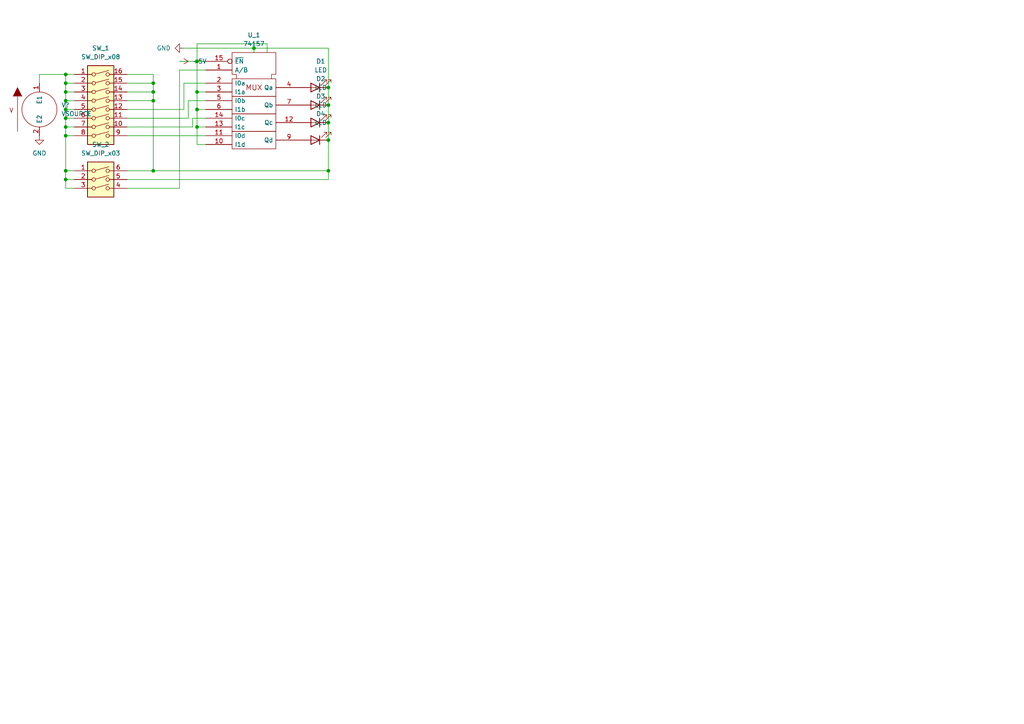
<source format=kicad_sch>
(kicad_sch (version 20211123) (generator eeschema)
  (paper "A4")
  (lib_symbols
    (symbol "74xx_IEEE:74157" (pin_names (offset 0.762))
      (property "Reference" "U" (at 7.62 10.16 0))
      (property "Value" "74157" (at 6.35 -16.51 0))
      (symbol "74157_0_0"
        (rectangle (start -6.35 -10.16) (end 6.35 -15.24))
        (rectangle (start -6.35 -5.08) (end 6.35 -10.16))
        (rectangle (start -6.35 0) (end 6.35 -5.08))
        (rectangle (start -6.35 5.08) (end 6.35 0))
        (polyline (pts (xy -5.08 5.08) (xy -5.08 6.35) (xy -6.35 6.35) (xy -6.35 12.7) (xy 6.35 12.7) (xy 6.35 6.35) (xy 5.08 6.35) (xy 5.08 5.08) (xy 5.08 5.08)))
        (text "MUX" (at 0 2.54 0) (effects (font (size 1.524 1.524))))
        (pin power_in line (at 3.81 12.7 270) (length 0) hide (name "VCC") (number "16"))
        (pin power_in line (at 0 12.7 270) (length 0) hide (name "GND") (number "8"))
      )
      (symbol "74157_1_1"
        (pin input line (at -13.97 7.62 0) (length 7.62) (name "A/B") (number "1"))
        (pin input line (at -13.97 -13.97 0) (length 7.62) (name "I1d") (number "10"))
        (pin input line (at -13.97 -11.43 0) (length 7.62) (name "I0d") (number "11"))
        (pin output line (at 13.97 -7.62 180) (length 7.62) (name "Qc") (number "12"))
        (pin input line (at -13.97 -8.89 0) (length 7.62) (name "I1c") (number "13"))
        (pin input line (at -13.97 -6.35 0) (length 7.62) (name "I0c") (number "14"))
        (pin input inverted (at -13.97 10.16 0) (length 7.62) (name "~{EN}") (number "15"))
        (pin input line (at -13.97 3.81 0) (length 7.62) (name "I0a") (number "2"))
        (pin input line (at -13.97 1.27 0) (length 7.62) (name "I1a") (number "3"))
        (pin output line (at 13.97 2.54 180) (length 7.62) (name "Qa") (number "4"))
        (pin input line (at -13.97 -1.27 0) (length 7.62) (name "I0b") (number "5"))
        (pin input line (at -13.97 -3.81 0) (length 7.62) (name "I1b") (number "6"))
        (pin output line (at 13.97 -2.54 180) (length 7.62) (name "Qb") (number "7"))
        (pin output line (at 13.97 -12.7 180) (length 7.62) (name "Qd") (number "9"))
      )
    )
    (symbol "Device:LED" (pin_numbers hide) (pin_names (offset 1.016) hide)
      (property "Reference" "D" (at 0 2.54 0))
      (property "Value" "LED" (at 0 -2.54 0))
      (symbol "LED_0_1"
        (polyline (pts (xy -1.27 -1.27) (xy -1.27 1.27)) (stroke (width 0.254)))
        (polyline (pts (xy -1.27 0) (xy 1.27 0)))
        (polyline (pts (xy 1.27 -1.27) (xy 1.27 1.27) (xy -1.27 0) (xy 1.27 -1.27)) (stroke (width 0.254)))
        (polyline (pts (xy -3.048 -0.762) (xy -4.572 -2.286) (xy -3.81 -2.286) (xy -4.572 -2.286) (xy -4.572 -1.524)))
        (polyline (pts (xy -1.778 -0.762) (xy -3.302 -2.286) (xy -2.54 -2.286) (xy -3.302 -2.286) (xy -3.302 -1.524)))
      )
      (symbol "LED_1_1"
        (pin passive line (at -3.81 0 0) (length 2.54) (name "K") (number "1"))
        (pin passive line (at 3.81 0 180) (length 2.54) (name "A") (number "2"))
      )
    )
    (symbol "Switch:SW_DIP_x03" (pin_names (offset 0) hide)
      (property "Reference" "SW" (at 0 8.89 0))
      (property "Value" "SW_DIP_x03" (at 0 -3.81 0))
      (symbol "SW_DIP_x03_0_0"
        (circle (center -2.032 0) (radius 0.508))
        (circle (center -2.032 2.54) (radius 0.508))
        (circle (center -2.032 5.08) (radius 0.508))
        (polyline (pts (xy -1.524 0.127) (xy 2.3622 1.1684)))
        (polyline (pts (xy -1.524 2.667) (xy 2.3622 3.7084)))
        (polyline (pts (xy -1.524 5.207) (xy 2.3622 6.2484)))
        (circle (center 2.032 0) (radius 0.508))
        (circle (center 2.032 2.54) (radius 0.508))
        (circle (center 2.032 5.08) (radius 0.508))
      )
      (symbol "SW_DIP_x03_0_1"
        (rectangle (start -3.81 7.62) (end 3.81 -2.54) (stroke (width 0.254)) (fill (type background)))
      )
      (symbol "SW_DIP_x03_1_1"
        (pin passive line (at -7.62 5.08 0) (length 5.08) (name "~") (number "1"))
        (pin passive line (at -7.62 2.54 0) (length 5.08) (name "~") (number "2"))
        (pin passive line (at -7.62 0 0) (length 5.08) (name "~") (number "3"))
        (pin passive line (at 7.62 0 180) (length 5.08) (name "~") (number "4"))
        (pin passive line (at 7.62 2.54 180) (length 5.08) (name "~") (number "5"))
        (pin passive line (at 7.62 5.08 180) (length 5.08) (name "~") (number "6"))
      )
    )
    (symbol "Switch:SW_DIP_x08" (pin_names (offset 0) hide)
      (property "Reference" "SW" (at 0 13.97 0))
      (property "Value" "SW_DIP_x08" (at 0 -11.43 0))
      (symbol "SW_DIP_x08_0_0"
        (circle (center -2.032 -7.62) (radius 0.508))
        (circle (center -2.032 -5.08) (radius 0.508))
        (circle (center -2.032 -2.54) (radius 0.508))
        (circle (center -2.032 0) (radius 0.508))
        (circle (center -2.032 2.54) (radius 0.508))
        (circle (center -2.032 5.08) (radius 0.508))
        (circle (center -2.032 7.62) (radius 0.508))
        (circle (center -2.032 10.16) (radius 0.508))
        (polyline (pts (xy -1.524 -7.4676) (xy 2.3622 -6.4262)))
        (polyline (pts (xy -1.524 -4.9276) (xy 2.3622 -3.8862)))
        (polyline (pts (xy -1.524 -2.3876) (xy 2.3622 -1.3462)))
        (polyline (pts (xy -1.524 0.127) (xy 2.3622 1.1684)))
        (polyline (pts (xy -1.524 2.667) (xy 2.3622 3.7084)))
        (polyline (pts (xy -1.524 5.207) (xy 2.3622 6.2484)))
        (polyline (pts (xy -1.524 7.747) (xy 2.3622 8.7884)))
        (polyline (pts (xy -1.524 10.287) (xy 2.3622 11.3284)))
        (circle (center 2.032 -7.62) (radius 0.508))
        (circle (center 2.032 -5.08) (radius 0.508))
        (circle (center 2.032 -2.54) (radius 0.508))
        (circle (center 2.032 0) (radius 0.508))
        (circle (center 2.032 2.54) (radius 0.508))
        (circle (center 2.032 5.08) (radius 0.508))
        (circle (center 2.032 7.62) (radius 0.508))
        (circle (center 2.032 10.16) (radius 0.508))
      )
      (symbol "SW_DIP_x08_0_1"
        (rectangle (start -3.81 12.7) (end 3.81 -10.16) (stroke (width 0.254)) (fill (type background)))
      )
      (symbol "SW_DIP_x08_1_1"
        (pin passive line (at -7.62 10.16 0) (length 5.08) (name "~") (number "1"))
        (pin passive line (at 7.62 -5.08 180) (length 5.08) (name "~") (number "10"))
        (pin passive line (at 7.62 -2.54 180) (length 5.08) (name "~") (number "11"))
        (pin passive line (at 7.62 0 180) (length 5.08) (name "~") (number "12"))
        (pin passive line (at 7.62 2.54 180) (length 5.08) (name "~") (number "13"))
        (pin passive line (at 7.62 5.08 180) (length 5.08) (name "~") (number "14"))
        (pin passive line (at 7.62 7.62 180) (length 5.08) (name "~") (number "15"))
        (pin passive line (at 7.62 10.16 180) (length 5.08) (name "~") (number "16"))
        (pin passive line (at -7.62 7.62 0) (length 5.08) (name "~") (number "2"))
        (pin passive line (at -7.62 5.08 0) (length 5.08) (name "~") (number "3"))
        (pin passive line (at -7.62 2.54 0) (length 5.08) (name "~") (number "4"))
        (pin passive line (at -7.62 0 0) (length 5.08) (name "~") (number "5"))
        (pin passive line (at -7.62 -2.54 0) (length 5.08) (name "~") (number "6"))
        (pin passive line (at -7.62 -5.08 0) (length 5.08) (name "~") (number "7"))
        (pin passive line (at -7.62 -7.62 0) (length 5.08) (name "~") (number "8"))
        (pin passive line (at 7.62 -7.62 180) (length 5.08) (name "~") (number "9"))
      )
    )
    (symbol "power:+5V" (power) (pin_names (offset 0))
      (property "Value" "+5V" (at 0 3.556 0))
      (symbol "+5V_0_1"
        (polyline (pts (xy -0.762 1.27) (xy 0 2.54)))
        (polyline (pts (xy 0 0) (xy 0 2.54)))
        (polyline (pts (xy 0 2.54) (xy 0.762 1.27)))
      )
      (symbol "+5V_1_1"
        (pin power_in line (at 0 0 90) (length 0) hide (name "+5V") (number "1"))
      )
    )
    (symbol "power:GND" (power) (pin_names (offset 0))
      (property "Value" "GND" (at 0 -3.81 0))
      (symbol "GND_0_1"
        (polyline (pts (xy 0 0) (xy 0 -1.27) (xy 1.27 -1.27) (xy 0 -2.54) (xy -1.27 -1.27) (xy 0 -1.27)))
      )
      (symbol "GND_1_1"
        (pin power_in line (at 0 0 270) (length 0) hide (name "GND") (number "1"))
      )
    )
    (symbol "pspice:VSOURCE" (pin_names (offset 1.016))
      (property "Reference" "V" (at -6.35 7.62 0))
      (property "Value" "VSOURCE" (at 0 0 0))
      (symbol "VSOURCE_0_1"
        (polyline (pts (xy -6.35 -6.35) (xy -6.35 3.81)) (fill (type outline)))
        (polyline (pts (xy -7.62 3.81) (xy -6.35 6.35) (xy -5.08 3.81)) (fill (type outline)))
        (circle (center 0 0) (radius 5.08))
        (text "V" (at -8.128 -0.254 0) (effects (font (size 1.27 1.27))))
      )
      (symbol "VSOURCE_1_1"
        (pin input line (at 0 7.62 270) (length 2.54) (name "E1") (number "1"))
        (pin input line (at 0 -7.62 90) (length 2.54) (name "E2") (number "2"))
      )
    )
  )
  (junction (at 19.05 52.07))
  (junction (at 73.66 13.97))
  (junction (at 19.05 21.59))
  (junction (at 19.05 29.21))
  (junction (at 44.45 49.53))
  (junction (at 44.45 24.13))
  (junction (at 19.05 34.29))
  (junction (at 19.05 39.37))
  (junction (at 95.25 25.4))
  (junction (at 19.05 24.13))
  (junction (at 44.45 26.67))
  (junction (at 57.15 17.78))
  (junction (at 19.05 26.67))
  (junction (at 19.05 36.83))
  (junction (at 19.05 31.75))
  (junction (at 95.25 49.53))
  (junction (at 95.25 35.56))
  (junction (at 95.25 40.64))
  (junction (at 95.25 30.48))
  (junction (at 44.45 29.21))
  (junction (at 57.15 26.67))
  (junction (at 19.05 49.53))
  (junction (at 57.15 36.83))
  (junction (at 57.15 31.75))
  (wire (pts (xy 54.61 29.21) (xy 59.69 29.21)))
  (wire (pts (xy 19.05 34.29) (xy 21.59 34.29)))
  (wire (pts (xy 52.07 20.32) (xy 59.69 20.32)))
  (wire (pts (xy 95.25 49.53) (xy 95.25 40.64)))
  (wire (pts (xy 44.45 49.53) (xy 95.25 49.53)))
  (wire (pts (xy 55.88 36.83) (xy 55.88 34.29)))
  (wire (pts (xy 53.34 24.13) (xy 59.69 24.13)))
  (wire (pts (xy 44.45 26.67) (xy 44.45 29.21)))
  (wire (pts (xy 19.05 24.13) (xy 19.05 26.67)))
  (wire (pts (xy 57.15 12.7) (xy 77.47 12.7)))
  (wire (pts (xy 55.88 34.29) (xy 59.69 34.29)))
  (wire (pts (xy 44.45 21.59) (xy 44.45 24.13)))
  (wire (pts (xy 19.05 34.29) (xy 19.05 36.83)))
  (wire (pts (xy 19.05 26.67) (xy 21.59 26.67)))
  (wire (pts (xy 19.05 54.61) (xy 21.59 54.61)))
  (wire (pts (xy 36.83 31.75) (xy 53.34 31.75)))
  (wire (pts (xy 11.43 21.59) (xy 11.43 24.13)))
  (wire (pts (xy 53.34 13.97) (xy 73.66 13.97)))
  (wire (pts (xy 95.25 52.07) (xy 95.25 49.53)))
  (wire (pts (xy 19.05 36.83) (xy 19.05 39.37)))
  (wire (pts (xy 19.05 26.67) (xy 19.05 29.21)))
  (wire (pts (xy 95.25 25.4) (xy 95.25 30.48)))
  (wire (pts (xy 53.34 31.75) (xy 53.34 24.13)))
  (wire (pts (xy 95.25 35.56) (xy 95.25 40.64)))
  (wire (pts (xy 52.07 17.78) (xy 57.15 17.78)))
  (wire (pts (xy 36.83 26.67) (xy 44.45 26.67)))
  (wire (pts (xy 19.05 39.37) (xy 19.05 49.53)))
  (wire (pts (xy 19.05 24.13) (xy 21.59 24.13)))
  (wire (pts (xy 19.05 31.75) (xy 19.05 34.29)))
  (wire (pts (xy 57.15 41.91) (xy 59.69 41.91)))
  (wire (pts (xy 19.05 39.37) (xy 21.59 39.37)))
  (wire (pts (xy 19.05 31.75) (xy 21.59 31.75)))
  (wire (pts (xy 57.15 17.78) (xy 57.15 12.7)))
  (wire (pts (xy 19.05 21.59) (xy 19.05 24.13)))
  (wire (pts (xy 11.43 21.59) (xy 19.05 21.59)))
  (wire (pts (xy 36.83 29.21) (xy 44.45 29.21)))
  (wire (pts (xy 19.05 21.59) (xy 21.59 21.59)))
  (wire (pts (xy 57.15 17.78) (xy 57.15 26.67)))
  (wire (pts (xy 44.45 29.21) (xy 44.45 49.53)))
  (wire (pts (xy 36.83 24.13) (xy 44.45 24.13)))
  (wire (pts (xy 19.05 29.21) (xy 21.59 29.21)))
  (wire (pts (xy 19.05 36.83) (xy 21.59 36.83)))
  (wire (pts (xy 57.15 26.67) (xy 59.69 26.67)))
  (wire (pts (xy 19.05 52.07) (xy 19.05 54.61)))
  (wire (pts (xy 95.25 30.48) (xy 95.25 35.56)))
  (wire (pts (xy 57.15 36.83) (xy 59.69 36.83)))
  (wire (pts (xy 57.15 26.67) (xy 57.15 31.75)))
  (wire (pts (xy 19.05 52.07) (xy 21.59 52.07)))
  (wire (pts (xy 19.05 29.21) (xy 19.05 31.75)))
  (wire (pts (xy 44.45 24.13) (xy 44.45 26.67)))
  (wire (pts (xy 57.15 36.83) (xy 57.15 41.91)))
  (wire (pts (xy 36.83 21.59) (xy 44.45 21.59)))
  (wire (pts (xy 36.83 49.53) (xy 44.45 49.53)))
  (wire (pts (xy 57.15 17.78) (xy 59.69 17.78)))
  (wire (pts (xy 36.83 36.83) (xy 55.88 36.83)))
  (wire (pts (xy 57.15 31.75) (xy 59.69 31.75)))
  (wire (pts (xy 95.25 25.4) (xy 95.25 13.97)))
  (wire (pts (xy 57.15 31.75) (xy 57.15 36.83)))
  (wire (pts (xy 52.07 54.61) (xy 52.07 20.32)))
  (wire (pts (xy 77.47 12.7) (xy 77.47 15.24)))
  (wire (pts (xy 36.83 54.61) (xy 52.07 54.61)))
  (wire (pts (xy 95.25 13.97) (xy 73.66 13.97)))
  (wire (pts (xy 36.83 34.29) (xy 54.61 34.29)))
  (wire (pts (xy 36.83 39.37) (xy 59.69 39.37)))
  (wire (pts (xy 73.66 15.24) (xy 73.66 13.97)))
  (wire (pts (xy 36.83 52.07) (xy 95.25 52.07)))
  (wire (pts (xy 19.05 49.53) (xy 19.05 52.07)))
  (wire (pts (xy 54.61 29.21) (xy 54.61 34.29)))
  (wire (pts (xy 19.05 49.53) (xy 21.59 49.53)))
  (symbol (lib_id "pspice:VSOURCE") (at 11.43 31.75 0) (unit 1)
    (property "Reference" "V?" (at 17.78 30.4799 0) (effects (justify left)))
    (property "Value" "VSOURCE" (at 17.78 33.0199 0) (effects (justify left)))
  )
  (symbol (lib_id "power:GND") (at 11.43 39.37 0) (unit 1)
    (property "Reference" "#PWR?" (effects hide))
    (property "Value" "GND" (at 11.43 44.45 0))
  )
  (symbol (lib_id "Device:LED") (at 91.44 25.4 180) (unit 1)
    (property "Reference" "D1" (at 93.0275 17.78 0))
    (property "Value" "LED" (at 93.0275 20.32 0))
  )
  (symbol (lib_id "Device:LED") (at 91.44 30.48 180) (unit 1)
    (property "Reference" "D2" (at 93.0275 22.86 0))
    (property "Value" "LED" (at 93.0275 25.4 0))
  )
  (symbol (lib_id "Switch:SW_DIP_x03") (at 29.21 54.61 0) (unit 1)
    (property "Reference" "SW_2" (at 29.21 41.91 0))
    (property "Value" "SW_DIP_x03" (at 29.21 44.45 0))
  )
  (symbol (lib_id "Device:LED") (at 91.44 40.64 180) (unit 1)
    (property "Reference" "D4" (at 93.0275 33.02 0))
    (property "Value" "LED" (at 93.0275 35.56 0))
  )
  (symbol (lib_id "power:+5V") (at 52.07 17.78 270) (unit 1)
    (property "Reference" "#PWR?" (effects hide))
    (property "Value" "+5V" (at 55.88 17.7799 90) (effects (justify left)))
  )
  (symbol (lib_id "power:GND") (at 53.34 13.97 270) (unit 1)
    (property "Reference" "#PWR?" (effects hide))
    (property "Value" "GND" (at 49.53 13.9699 90) (effects (justify right)))
  )
  (symbol (lib_id "Device:LED") (at 91.44 35.56 180) (unit 1)
    (property "Reference" "D3" (at 93.0275 27.94 0))
    (property "Value" "LED" (at 93.0275 30.48 0))
  )
  (symbol (lib_id "Switch:SW_DIP_x08") (at 29.21 31.75 0) (unit 1)
    (property "Reference" "SW_1" (at 29.21 13.97 0))
    (property "Value" "SW_DIP_x08" (at 29.21 16.51 0))
  )
  (symbol (lib_id "74xx_IEEE:74157") (at 73.66 27.94 0) (unit 1)
    (property "Reference" "U_1" (at 73.66 10.16 0))
    (property "Value" "74157" (at 73.66 12.7 0))
  )
)
</source>
